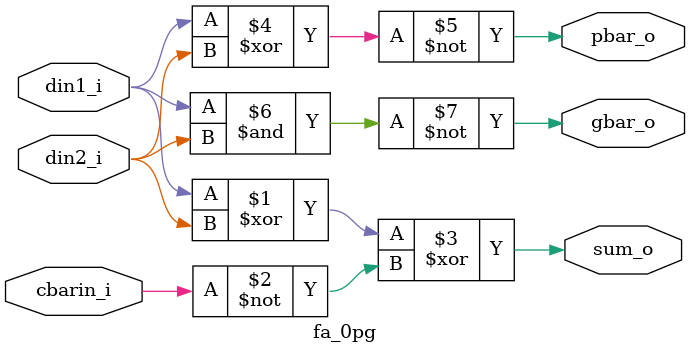
<source format=v>
`timescale 1ns/1ps
module fa_0pg (
  din1_i,
  din2_i,
  cbarin_i,
  sum_o,
  gbar_o,
  pbar_o
);

input din1_i, din2_i, cbarin_i;
output sum_o, pbar_o, gbar_o;

assign sum_o = din1_i ^ din2_i ^ ~cbarin_i;
assign pbar_o = ~ (din1_i ^ din2_i);
assign gbar_o = ~ (din1_i & din2_i);

endmodule

</source>
